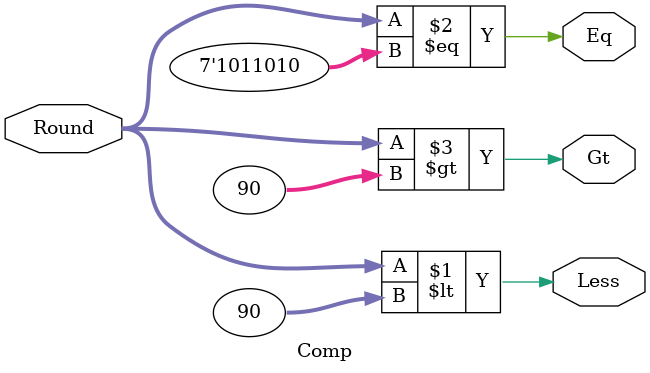
<source format=v>
module Comp (Round,Less,Eq,Gt);
    input [6:0] Round;
    output Less,Eq,Gt;

    assign Less = Round < 90;
    assign   Eq = Round == 90;
    assign   Gt = Round > 90; 
    
endmodule
</source>
